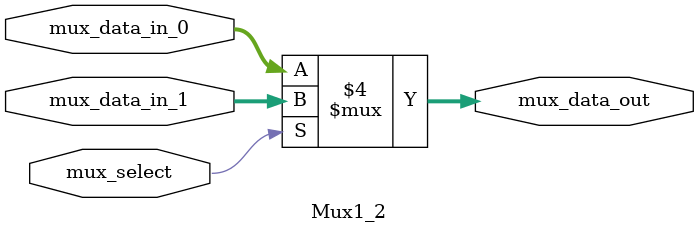
<source format=v>
`timescale 1ns / 1ps


module Mux1_2#(parameter DATA_BITS = 32)(mux_select,mux_data_in_0,mux_data_in_1,mux_data_out);
    input mux_select;
    input [DATA_BITS-1:0]mux_data_in_0;
    input [DATA_BITS-1:0]mux_data_in_1;
    output reg[DATA_BITS-1:0]mux_data_out;
        
    initial
    begin
        mux_data_out=0;
    end
    
    always@(*)
    begin
        if (mux_select)
            mux_data_out = mux_data_in_1;
        else
            mux_data_out = mux_data_in_0;
    end
    
    
endmodule

</source>
